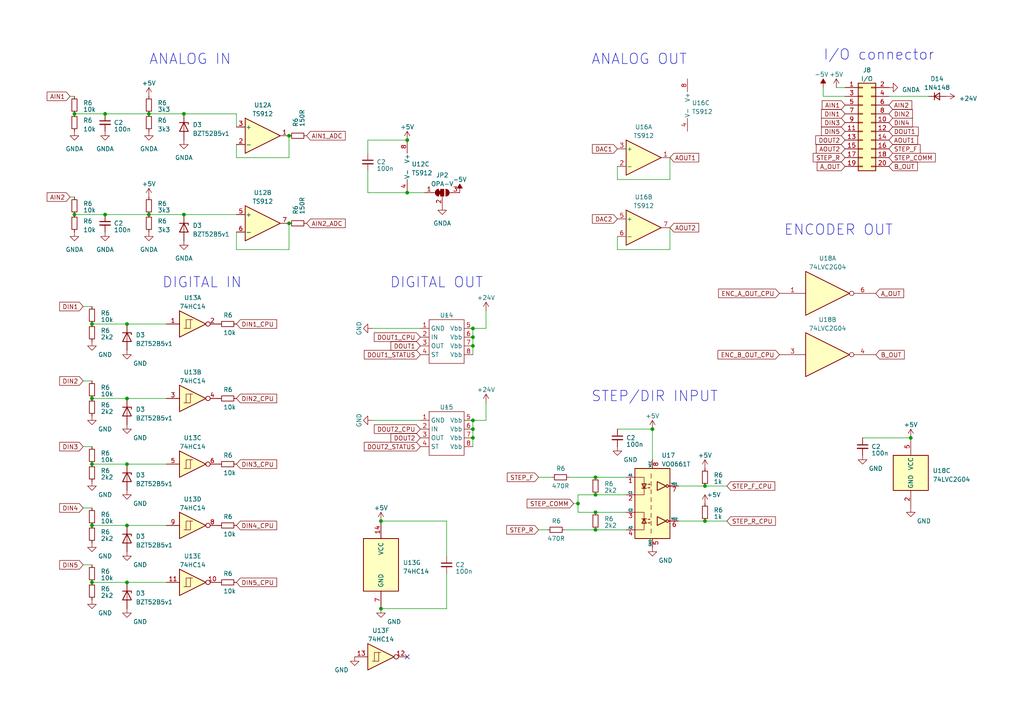
<source format=kicad_sch>
(kicad_sch (version 20230121) (generator eeschema)
  (paper "A4")
  (title_block (title "External I/O") (date "2023-03-06") (rev "1") (comment 1 "W. Burdecki 2023") (comment 2 "github.com/wiciu15"))
  (lib_symbols
    (symbol "74xGxx:74LVC2G04"
      (property "Reference" "U" (at 0 7.62 0))
      (property "Value" "74LVC2G04" (at 2.54 -7.62 0))
      (symbol "74LVC2G04_1_1"
        (pin input line (at -15.24 0 0) (length 7.62) (name "~") (number "1"))
        (pin output inverted (at 12.7 0 180) (length 7.62) (name "~") (number "6"))
      )
      (symbol "74LVC2G04_2_1"
        (pin input line (at -15.24 0 0) (length 7.62) (name "~") (number "3"))
        (pin output inverted (at 12.7 0 180) (length 7.62) (name "~") (number "4"))
      )
      (symbol "74LVC2G04_3_1"
        (pin power_in line (at 0 -10.16 90) (length 5.08) (name "GND") (number "2"))
        (pin power_in line (at 0 10.16 270) (length 5.08) (name "VCC") (number "5"))
      )
    )
    (symbol "74xx:74HC14" (pin_names (offset 1.016))
      (property "Reference" "U" (at 0 1.27 0))
      (property "Value" "74HC14" (at 0 -1.27 0))
      (symbol "74HC14_1_0"
        (pin input line (at -7.62 0 0) (length 3.81) (name "~") (number "1"))
        (pin output inverted (at 7.62 0 180) (length 3.81) (name "~") (number "2"))
      )
      (symbol "74HC14_2_0"
        (pin input line (at -7.62 0 0) (length 3.81) (name "~") (number "3"))
        (pin output inverted (at 7.62 0 180) (length 3.81) (name "~") (number "4"))
      )
      (symbol "74HC14_3_0"
        (pin input line (at -7.62 0 0) (length 3.81) (name "~") (number "5"))
        (pin output inverted (at 7.62 0 180) (length 3.81) (name "~") (number "6"))
      )
      (symbol "74HC14_4_0"
        (pin output inverted (at 7.62 0 180) (length 3.81) (name "~") (number "8"))
        (pin input line (at -7.62 0 0) (length 3.81) (name "~") (number "9"))
      )
      (symbol "74HC14_5_0"
        (pin output inverted (at 7.62 0 180) (length 3.81) (name "~") (number "10"))
        (pin input line (at -7.62 0 0) (length 3.81) (name "~") (number "11"))
      )
      (symbol "74HC14_6_0"
        (pin output inverted (at 7.62 0 180) (length 3.81) (name "~") (number "12"))
        (pin input line (at -7.62 0 0) (length 3.81) (name "~") (number "13"))
      )
      (symbol "74HC14_7_0"
        (pin power_in line (at 0 12.7 270) (length 5.08) (name "VCC") (number "14"))
        (pin power_in line (at 0 -12.7 90) (length 5.08) (name "GND") (number "7"))
      )
    )
    (symbol "Amplifier_Operational:TS912" (pin_names (offset 0.127))
      (property "Reference" "U" (at 0 5.08 0))
      (property "Value" "TS912" (at 0 -5.08 0))
      (symbol "TS912_1_1"
        (pin output line (at 7.62 0 180) (length 2.54) (name "~") (number "1"))
        (pin input line (at -7.62 -2.54 0) (length 2.54) (name "-") (number "2"))
        (pin input line (at -7.62 2.54 0) (length 2.54) (name "+") (number "3"))
      )
      (symbol "TS912_2_1"
        (pin input line (at -7.62 2.54 0) (length 2.54) (name "+") (number "5"))
        (pin input line (at -7.62 -2.54 0) (length 2.54) (name "-") (number "6"))
        (pin output line (at 7.62 0 180) (length 2.54) (name "~") (number "7"))
      )
      (symbol "TS912_3_1"
        (pin power_in line (at -2.54 -7.62 90) (length 3.81) (name "V-") (number "4"))
        (pin power_in line (at -2.54 7.62 270) (length 3.81) (name "V+") (number "8"))
      )
    )
    (symbol "Connector_Generic:Conn_02x10_Odd_Even" (pin_names (offset 1.016) hide)
      (property "Reference" "J" (at 1.27 12.7 0))
      (property "Value" "Conn_02x10_Odd_Even" (at 1.27 -15.24 0))
      (symbol "Conn_02x10_Odd_Even_1_1"
        (pin passive line (at -5.08 10.16 0) (length 3.81) (name "Pin_1") (number "1"))
        (pin passive line (at 7.62 0 180) (length 3.81) (name "Pin_10") (number "10"))
        (pin passive line (at -5.08 -2.54 0) (length 3.81) (name "Pin_11") (number "11"))
        (pin passive line (at 7.62 -2.54 180) (length 3.81) (name "Pin_12") (number "12"))
        (pin passive line (at -5.08 -5.08 0) (length 3.81) (name "Pin_13") (number "13"))
        (pin passive line (at 7.62 -5.08 180) (length 3.81) (name "Pin_14") (number "14"))
        (pin passive line (at -5.08 -7.62 0) (length 3.81) (name "Pin_15") (number "15"))
        (pin passive line (at 7.62 -7.62 180) (length 3.81) (name "Pin_16") (number "16"))
        (pin passive line (at -5.08 -10.16 0) (length 3.81) (name "Pin_17") (number "17"))
        (pin passive line (at 7.62 -10.16 180) (length 3.81) (name "Pin_18") (number "18"))
        (pin passive line (at -5.08 -12.7 0) (length 3.81) (name "Pin_19") (number "19"))
        (pin passive line (at 7.62 10.16 180) (length 3.81) (name "Pin_2") (number "2"))
        (pin passive line (at 7.62 -12.7 180) (length 3.81) (name "Pin_20") (number "20"))
        (pin passive line (at -5.08 7.62 0) (length 3.81) (name "Pin_3") (number "3"))
        (pin passive line (at 7.62 7.62 180) (length 3.81) (name "Pin_4") (number "4"))
        (pin passive line (at -5.08 5.08 0) (length 3.81) (name "Pin_5") (number "5"))
        (pin passive line (at 7.62 5.08 180) (length 3.81) (name "Pin_6") (number "6"))
        (pin passive line (at -5.08 2.54 0) (length 3.81) (name "Pin_7") (number "7"))
        (pin passive line (at 7.62 2.54 180) (length 3.81) (name "Pin_8") (number "8"))
        (pin passive line (at -5.08 0 0) (length 3.81) (name "Pin_9") (number "9"))
      )
    )
    (symbol "Device:C_Small" (pin_numbers hide) (pin_names (offset 0.254) hide)
      (property "Reference" "C" (at 0.254 1.778 0))
      (property "Value" "C_Small" (at 0.254 -2.032 0))
      (symbol "C_Small_1_1"
        (pin passive line (at 0 2.54 270) (length 2.032) (name "~") (number "1"))
        (pin passive line (at 0 -2.54 90) (length 2.032) (name "~") (number "2"))
      )
    )
    (symbol "Device:D_Small" (pin_numbers hide) (pin_names (offset 0.254) hide)
      (property "Reference" "D" (at -1.27 2.032 0))
      (property "Value" "D_Small" (at -3.81 -2.032 0))
      (symbol "D_Small_1_1"
        (pin passive line (at -2.54 0 0) (length 1.778) (name "K") (number "1"))
        (pin passive line (at 2.54 0 180) (length 1.778) (name "A") (number "2"))
      )
    )
    (symbol "Device:R_Small" (pin_numbers hide) (pin_names (offset 0.254) hide)
      (property "Reference" "R" (at 0.762 0.508 0))
      (property "Value" "R_Small" (at 0.762 -1.016 0))
      (symbol "R_Small_1_1"
        (pin passive line (at 0 2.54 270) (length 0.762) (name "~") (number "1"))
        (pin passive line (at 0 -2.54 90) (length 0.762) (name "~") (number "2"))
      )
    )
    (symbol "Diode:BZT52Bxx" (pin_numbers hide) (pin_names hide)
      (property "Reference" "D" (at 0 2.54 0))
      (property "Value" "BZT52Bxx" (at 0 -2.54 0))
      (symbol "BZT52Bxx_1_1"
        (pin passive line (at -3.81 0 0) (length 2.54) (name "K") (number "1"))
        (pin passive line (at 3.81 0 180) (length 2.54) (name "A") (number "2"))
      )
    )
    (symbol "Isolator:VO0661T" (pin_names (offset 0))
      (property "Reference" "U" (at -4.064 11.43 0))
      (property "Value" "VO0661T" (at 7.874 11.43 0))
      (symbol "VO0661T_1_1"
        (pin passive line (at -7.62 7.62 0) (length 2.54) (name "A1") (number "1"))
        (pin passive line (at -7.62 2.54 0) (length 2.54) (name "C1") (number "2"))
        (pin passive line (at -7.62 -2.54 0) (length 2.54) (name "C2") (number "3"))
        (pin passive line (at -7.62 -7.62 0) (length 2.54) (name "A2") (number "4"))
        (pin power_in line (at 0 -12.7 90) (length 2.54) (name "GND") (number "5"))
        (pin open_collector line (at 7.62 -5.08 180) (length 2.54) (name "VO2") (number "6"))
        (pin open_collector line (at 7.62 5.08 180) (length 2.54) (name "VO1") (number "7"))
        (pin power_in line (at 0 12.7 270) (length 2.54) (name "VCC") (number "8"))
      )
    )
    (symbol "Jumper:SolderJumper_3_Bridged12" (pin_names (offset 0) hide)
      (property "Reference" "JP" (at -2.54 -2.54 0))
      (property "Value" "SolderJumper_3_Bridged12" (at 0 2.794 0))
      (symbol "SolderJumper_3_Bridged12_1_1"
        (pin passive line (at -5.08 0 0) (length 2.54) (name "A") (number "1"))
        (pin passive line (at 0 -3.81 90) (length 2.54) (name "C") (number "2"))
        (pin passive line (at 5.08 0 180) (length 2.54) (name "B") (number "3"))
      )
    )
    (symbol "isp742ri:ISP742"
      (property "Reference" "U" (at 0 0 0))
      (symbol "ISP742_1_1"
        (pin power_in line (at -7.62 -3.81 0) (length 2.54) (name "GND") (number "1"))
        (pin input line (at -7.62 -6.35 0) (length 2.54) (name "IN") (number "2"))
        (pin output line (at -7.62 -8.89 0) (length 2.54) (name "OUT") (number "3"))
        (pin input line (at -7.62 -11.43 0) (length 2.54) (name "ST") (number "4"))
        (pin power_in line (at 7.62 -3.81 180) (length 2.54) (name "Vbb") (number "5"))
        (pin power_in line (at 7.62 -6.35 180) (length 2.54) (name "Vbb") (number "6"))
        (pin power_in line (at 7.62 -8.89 180) (length 2.54) (name "Vbb") (number "7"))
        (pin power_in line (at 7.62 -11.43 180) (length 2.54) (name "Vbb") (number "8"))
      )
    )
    (symbol "power:+24V" (power) (pin_names (offset 0))
      (property "Value" "+24V" (at 0 3.556 0))
      (symbol "+24V_1_1"
        (pin power_in line (at 0 0 90) (length 0) hide (name "+24V") (number "1"))
      )
    )
    (symbol "power:+5V" (power) (pin_names (offset 0))
      (property "Value" "+5V" (at 0 3.556 0))
      (symbol "+5V_1_1"
        (pin power_in line (at 0 0 90) (length 0) hide (name "+5V") (number "1"))
      )
    )
    (symbol "power:-5V" (power) (pin_names (offset 0))
      (property "Value" "-5V" (at 0 3.81 0))
      (symbol "-5V_0_0"
        (pin power_in line (at 0 0 90) (length 0) hide (name "-5V") (number "1"))
      )
    )
    (symbol "power:GND" (power) (pin_names (offset 0))
      (property "Value" "GND" (at 0 -3.81 0))
      (symbol "GND_1_1"
        (pin power_in line (at 0 0 270) (length 0) hide (name "GND") (number "1"))
      )
    )
    (symbol "power:GNDA" (power) (pin_names (offset 0))
      (property "Value" "GNDA" (at 0 -3.81 0))
      (symbol "GNDA_1_1"
        (pin power_in line (at 0 0 270) (length 0) hide (name "GNDA") (number "1"))
      )
    )
  )
  (junction (at 83.82 64.77))
  (junction (at 53.34 33.02))
  (junction (at 21.59 62.23))
  (junction (at 36.83 93.98))
  (junction (at 204.47 140.97))
  (junction (at 53.34 62.23))
  (junction (at 110.49 176.53))
  (junction (at 26.67 152.4))
  (junction (at 36.83 152.4))
  (junction (at 172.72 148.59))
  (junction (at 110.49 151.13))
  (junction (at 137.16 127))
  (junction (at 137.16 124.46))
  (junction (at 137.16 100.33))
  (junction (at 26.67 93.98))
  (junction (at 172.72 143.51))
  (junction (at 36.83 115.57))
  (junction (at 172.72 153.67))
  (junction (at 36.83 168.91))
  (junction (at 167.64 146.05))
  (junction (at 204.47 151.13))
  (junction (at 30.48 62.23))
  (junction (at 30.48 33.02))
  (junction (at 189.23 124.46))
  (junction (at 137.16 95.25))
  (junction (at 83.82 39.37))
  (junction (at 264.16 127))
  (junction (at 26.67 168.91))
  (junction (at 43.18 62.23))
  (junction (at 26.67 134.62))
  (junction (at 137.16 121.92))
  (junction (at 36.83 134.62))
  (junction (at 26.67 115.57))
  (junction (at 21.59 33.02))
  (junction (at 137.16 97.79))
  (junction (at 118.11 55.88))
  (junction (at 118.11 40.64))
  (junction (at 172.72 138.43))
  (junction (at 43.18 33.02))
  (no_connect (at 118.11 190.5))
  (wire (pts (xy 172.72 153.67) (xy 181.61 153.67)))
  (wire (pts (xy 26.67 134.62) (xy 36.83 134.62)))
  (wire (pts (xy 68.58 45.72) (xy 83.82 45.72)))
  (wire (pts (xy 53.34 62.23) (xy 68.58 62.23)))
  (wire (pts (xy 106.68 44.45) (xy 106.68 40.64)))
  (wire (pts (xy 165.1 138.43) (xy 172.72 138.43)))
  (wire (pts (xy 172.72 138.43) (xy 181.61 138.43)))
  (wire (pts (xy 68.58 72.39) (xy 83.82 72.39)))
  (wire (pts (xy 257.81 27.94) (xy 269.24 27.94)))
  (wire (pts (xy 26.67 168.91) (xy 36.83 168.91)))
  (wire (pts (xy 238.76 25.4) (xy 238.76 27.94)))
  (wire (pts (xy 140.97 116.84) (xy 140.97 121.92)))
  (wire (pts (xy 172.72 148.59) (xy 181.61 148.59)))
  (wire (pts (xy 179.07 72.39) (xy 194.31 72.39)))
  (wire (pts (xy 110.49 176.53) (xy 129.54 176.53)))
  (wire (pts (xy 83.82 45.72) (xy 83.82 39.37)))
  (wire (pts (xy 179.07 48.26) (xy 179.07 52.07)))
  (wire (pts (xy 166.37 146.05) (xy 167.64 146.05)))
  (wire (pts (xy 24.13 147.32) (xy 26.67 147.32)))
  (wire (pts (xy 204.47 140.97) (xy 196.85 140.97)))
  (wire (pts (xy 156.21 153.67) (xy 158.75 153.67)))
  (wire (pts (xy 53.34 33.02) (xy 68.58 33.02)))
  (wire (pts (xy 43.18 62.23) (xy 53.34 62.23)))
  (wire (pts (xy 179.07 52.07) (xy 194.31 52.07)))
  (wire (pts (xy 30.48 33.02) (xy 43.18 33.02)))
  (wire (pts (xy 189.23 124.46) (xy 189.23 133.35)))
  (wire (pts (xy 26.67 152.4) (xy 36.83 152.4)))
  (wire (pts (xy 129.54 151.13) (xy 110.49 151.13)))
  (wire (pts (xy 167.64 143.51) (xy 167.64 146.05)))
  (wire (pts (xy 204.47 151.13) (xy 210.82 151.13)))
  (wire (pts (xy 68.58 67.31) (xy 68.58 72.39)))
  (wire (pts (xy 24.13 110.49) (xy 26.67 110.49)))
  (wire (pts (xy 68.58 41.91) (xy 68.58 45.72)))
  (wire (pts (xy 172.72 143.51) (xy 181.61 143.51)))
  (wire (pts (xy 118.11 55.88) (xy 123.19 55.88)))
  (wire (pts (xy 106.68 40.64) (xy 118.11 40.64)))
  (wire (pts (xy 36.83 152.4) (xy 48.26 152.4)))
  (wire (pts (xy 137.16 95.25) (xy 137.16 97.79)))
  (wire (pts (xy 24.13 163.83) (xy 26.67 163.83)))
  (wire (pts (xy 137.16 121.92) (xy 137.16 124.46)))
  (wire (pts (xy 167.64 146.05) (xy 167.64 148.59)))
  (wire (pts (xy 129.54 176.53) (xy 129.54 166.37)))
  (wire (pts (xy 36.83 168.91) (xy 48.26 168.91)))
  (wire (pts (xy 242.57 25.4) (xy 245.11 25.4)))
  (wire (pts (xy 210.82 140.97) (xy 204.47 140.97)))
  (wire (pts (xy 107.95 95.25) (xy 121.92 95.25)))
  (wire (pts (xy 196.85 151.13) (xy 204.47 151.13)))
  (wire (pts (xy 238.76 27.94) (xy 245.11 27.94)))
  (wire (pts (xy 36.83 93.98) (xy 48.26 93.98)))
  (wire (pts (xy 20.32 27.94) (xy 21.59 27.94)))
  (wire (pts (xy 137.16 127) (xy 137.16 129.54)))
  (wire (pts (xy 106.68 49.53) (xy 106.68 55.88)))
  (wire (pts (xy 26.67 115.57) (xy 36.83 115.57)))
  (wire (pts (xy 36.83 134.62) (xy 48.26 134.62)))
  (wire (pts (xy 137.16 100.33) (xy 137.16 102.87)))
  (wire (pts (xy 163.83 153.67) (xy 172.72 153.67)))
  (wire (pts (xy 172.72 143.51) (xy 167.64 143.51)))
  (wire (pts (xy 20.32 57.15) (xy 21.59 57.15)))
  (wire (pts (xy 26.67 93.98) (xy 36.83 93.98)))
  (wire (pts (xy 107.95 121.92) (xy 121.92 121.92)))
  (wire (pts (xy 194.31 72.39) (xy 194.31 66.04)))
  (wire (pts (xy 129.54 161.29) (xy 129.54 151.13)))
  (wire (pts (xy 250.19 127) (xy 264.16 127)))
  (wire (pts (xy 140.97 90.17) (xy 140.97 95.25)))
  (wire (pts (xy 24.13 88.9) (xy 26.67 88.9)))
  (wire (pts (xy 167.64 148.59) (xy 172.72 148.59)))
  (wire (pts (xy 140.97 121.92) (xy 137.16 121.92)))
  (wire (pts (xy 137.16 97.79) (xy 137.16 100.33)))
  (wire (pts (xy 68.58 36.83) (xy 68.58 33.02)))
  (wire (pts (xy 43.18 33.02) (xy 53.34 33.02)))
  (wire (pts (xy 137.16 124.46) (xy 137.16 127)))
  (wire (pts (xy 21.59 62.23) (xy 30.48 62.23)))
  (wire (pts (xy 36.83 115.57) (xy 48.26 115.57)))
  (wire (pts (xy 194.31 52.07) (xy 194.31 45.72)))
  (wire (pts (xy 83.82 72.39) (xy 83.82 64.77)))
  (wire (pts (xy 156.21 138.43) (xy 160.02 138.43)))
  (wire (pts (xy 24.13 129.54) (xy 26.67 129.54)))
  (wire (pts (xy 106.68 55.88) (xy 118.11 55.88)))
  (wire (pts (xy 179.07 68.58) (xy 179.07 72.39)))
  (wire (pts (xy 179.07 124.46) (xy 189.23 124.46)))
  (wire (pts (xy 30.48 62.23) (xy 43.18 62.23)))
  (wire (pts (xy 140.97 95.25) (xy 137.16 95.25)))
  (wire (pts (xy 21.59 33.02) (xy 30.48 33.02)))
  (text "ANALOG IN" (at 43.18 19.05 0) (effects (font (size 3 3)) (justify left bottom)))
  (text "ENCODER OUT" (at 227.33 68.58 0) (effects (font (size 3 3)) (justify left bottom)))
  (text "STEP/DIR INPUT" (at 171.45 116.84 0) (effects (font (size 3 3)) (justify left bottom)))
  (text "DIGITAL OUT" (at 113.03 83.82 0) (effects (font (size 3 3)) (justify left bottom)))
  (text "ANALOG OUT" (at 171.45 19.05 0) (effects (font (size 3 3)) (justify left bottom)))
  (text "I/O connector" (at 238.76 17.78 0) (effects (font (size 3 3)) (justify left bottom)))
  (text "DIGITAL IN" (at 46.99 83.82 0) (effects (font (size 3 3)) (justify left bottom)))
  (global_label "DIN3" (shape input) (at 24.13 129.54 180) (property "Intersheetrefs" "${INTERSHEET_REFS}" (effects hide)))
  (global_label "B_OUT" (shape input) (at 254 102.87 0) (property "Intersheetrefs" "${INTERSHEET_REFS}" (effects hide)))
  (global_label "DOUT1" (shape input) (at 121.92 100.33 180) (property "Intersheetrefs" "${INTERSHEET_REFS}" (effects hide)))
  (global_label "DIN4" (shape input) (at 24.13 147.32 180) (property "Intersheetrefs" "${INTERSHEET_REFS}" (effects hide)))
  (global_label "STEP_R" (shape input) (at 156.21 153.67 180) (property "Intersheetrefs" "${INTERSHEET_REFS}" (effects hide)))
  (global_label "DAC1" (shape input) (at 179.07 43.18 180) (property "Intersheetrefs" "${INTERSHEET_REFS}" (effects hide)))
  (global_label "DIN1" (shape input) (at 24.13 88.9 180) (property "Intersheetrefs" "${INTERSHEET_REFS}" (effects hide)))
  (global_label "B_OUT" (shape input) (at 257.81 48.26 0) (property "Intersheetrefs" "${INTERSHEET_REFS}" (effects hide)))
  (global_label "DIN5" (shape input) (at 245.11 38.1 180) (property "Intersheetrefs" "${INTERSHEET_REFS}" (effects hide)))
  (global_label "AIN2" (shape input) (at 257.81 30.48 0) (property "Intersheetrefs" "${INTERSHEET_REFS}" (effects hide)))
  (global_label "ENC_B_OUT_CPU" (shape input) (at 226.06 102.87 180) (property "Intersheetrefs" "${INTERSHEET_REFS}" (effects hide)))
  (global_label "DIN1" (shape input) (at 245.11 33.02 180) (property "Intersheetrefs" "${INTERSHEET_REFS}" (effects hide)))
  (global_label "AIN1_ADC" (shape input) (at 88.9 39.37 0) (property "Intersheetrefs" "${INTERSHEET_REFS}" (effects hide)))
  (global_label "DOUT2_STATUS" (shape input) (at 121.92 129.54 180) (property "Intersheetrefs" "${INTERSHEET_REFS}" (effects hide)))
  (global_label "AOUT1" (shape input) (at 257.81 40.64 0) (property "Intersheetrefs" "${INTERSHEET_REFS}" (effects hide)))
  (global_label "STEP_F_CPU" (shape input) (at 210.82 140.97 0) (property "Intersheetrefs" "${INTERSHEET_REFS}" (effects hide)))
  (global_label "DIN4_CPU" (shape input) (at 68.58 152.4 0) (property "Intersheetrefs" "${INTERSHEET_REFS}" (effects hide)))
  (global_label "AOUT2" (shape input) (at 194.31 66.04 0) (property "Intersheetrefs" "${INTERSHEET_REFS}" (effects hide)))
  (global_label "STEP_F" (shape input) (at 257.81 43.18 0) (property "Intersheetrefs" "${INTERSHEET_REFS}" (effects hide)))
  (global_label "STEP_F" (shape input) (at 156.21 138.43 180) (property "Intersheetrefs" "${INTERSHEET_REFS}" (effects hide)))
  (global_label "A_OUT" (shape input) (at 245.11 48.26 180) (property "Intersheetrefs" "${INTERSHEET_REFS}" (effects hide)))
  (global_label "STEP_COMM" (shape input) (at 166.37 146.05 180) (property "Intersheetrefs" "${INTERSHEET_REFS}" (effects hide)))
  (global_label "DOUT2_CPU" (shape input) (at 121.92 124.46 180) (property "Intersheetrefs" "${INTERSHEET_REFS}" (effects hide)))
  (global_label "DIN5_CPU" (shape input) (at 68.58 168.91 0) (property "Intersheetrefs" "${INTERSHEET_REFS}" (effects hide)))
  (global_label "AOUT2" (shape input) (at 245.11 43.18 180) (property "Intersheetrefs" "${INTERSHEET_REFS}" (effects hide)))
  (global_label "DIN2_CPU" (shape input) (at 68.58 115.57 0) (property "Intersheetrefs" "${INTERSHEET_REFS}" (effects hide)))
  (global_label "DIN1_CPU" (shape input) (at 68.58 93.98 0) (property "Intersheetrefs" "${INTERSHEET_REFS}" (effects hide)))
  (global_label "DOUT1_STATUS" (shape input) (at 121.92 102.87 180) (property "Intersheetrefs" "${INTERSHEET_REFS}" (effects hide)))
  (global_label "ENC_A_OUT_CPU" (shape input) (at 226.06 85.09 180) (property "Intersheetrefs" "${INTERSHEET_REFS}" (effects hide)))
  (global_label "STEP_R" (shape input) (at 245.11 45.72 180) (property "Intersheetrefs" "${INTERSHEET_REFS}" (effects hide)))
  (global_label "DOUT1" (shape input) (at 257.81 38.1 0) (property "Intersheetrefs" "${INTERSHEET_REFS}" (effects hide)))
  (global_label "A_OUT" (shape input) (at 254 85.09 0) (property "Intersheetrefs" "${INTERSHEET_REFS}" (effects hide)))
  (global_label "AIN2" (shape input) (at 20.32 57.15 180) (property "Intersheetrefs" "${INTERSHEET_REFS}" (effects hide)))
  (global_label "DIN3" (shape input) (at 245.11 35.56 180) (property "Intersheetrefs" "${INTERSHEET_REFS}" (effects hide)))
  (global_label "AIN2_ADC" (shape input) (at 88.9 64.77 0) (property "Intersheetrefs" "${INTERSHEET_REFS}" (effects hide)))
  (global_label "AIN1" (shape input) (at 20.32 27.94 180) (property "Intersheetrefs" "${INTERSHEET_REFS}" (effects hide)))
  (global_label "AIN1" (shape input) (at 245.11 30.48 180) (property "Intersheetrefs" "${INTERSHEET_REFS}" (effects hide)))
  (global_label "DIN2" (shape input) (at 257.81 33.02 0) (property "Intersheetrefs" "${INTERSHEET_REFS}" (effects hide)))
  (global_label "DIN4" (shape input) (at 257.81 35.56 0) (property "Intersheetrefs" "${INTERSHEET_REFS}" (effects hide)))
  (global_label "STEP_COMM" (shape input) (at 257.81 45.72 0) (property "Intersheetrefs" "${INTERSHEET_REFS}" (effects hide)))
  (global_label "DOUT2" (shape input) (at 245.11 40.64 180) (property "Intersheetrefs" "${INTERSHEET_REFS}" (effects hide)))
  (global_label "DIN2" (shape input) (at 24.13 110.49 180) (property "Intersheetrefs" "${INTERSHEET_REFS}" (effects hide)))
  (global_label "STEP_R_CPU" (shape input) (at 210.82 151.13 0) (property "Intersheetrefs" "${INTERSHEET_REFS}" (effects hide)))
  (global_label "DIN5" (shape input) (at 24.13 163.83 180) (property "Intersheetrefs" "${INTERSHEET_REFS}" (effects hide)))
  (global_label "DOUT1_CPU" (shape input) (at 121.92 97.79 180) (property "Intersheetrefs" "${INTERSHEET_REFS}" (effects hide)))
  (global_label "AOUT1" (shape input) (at 194.31 45.72 0) (property "Intersheetrefs" "${INTERSHEET_REFS}" (effects hide)))
  (global_label "DIN3_CPU" (shape input) (at 68.58 134.62 0) (property "Intersheetrefs" "${INTERSHEET_REFS}" (effects hide)))
  (global_label "DOUT2" (shape input) (at 121.92 127 180) (property "Intersheetrefs" "${INTERSHEET_REFS}" (effects hide)))
  (global_label "DAC2" (shape input) (at 179.07 63.5 180) (property "Intersheetrefs" "${INTERSHEET_REFS}" (effects hide)))
  (symbol (lib_id "Device:R_Small") (at 66.04 93.98 90) (unit 1)
    (property "Reference" "R6" (at 64.77 91.44 90) (effects (justify right)))
    (property "Value" "10k" (at 64.77 96.52 90) (effects (justify right)))
    (instances (project "servo_cpu" (path "" (reference "R6") (unit 1)) (path "" (reference "R29") (unit 1))))
  )
  (symbol (lib_id "isp742ri:ISP742") (at 129.54 91.44 0) (unit 1)
    (property "Reference" "U14" (at 129.54 91.44 0))
    (property "Value" "~" (at 129.54 91.44 0))
    (property "Footprint" "Package_SO:SOIC-8_3.9x4.9mm_P1.27mm" (effects hide))
    (property "Datasheet" "https://www.tme.eu/pl/details/isp742ri/power-switches-uklady-scalone/infineon-technologies/" (effects hide))
  )
  (symbol (lib_id "74xx:74HC14") (at 55.88 134.62 0) (unit 3)
    (property "Reference" "U13" (at 55.88 127 0))
    (property "Value" "74HC14" (at 55.88 129.54 0))
    (property "Datasheet" "http://www.ti.com/lit/gpn/sn74HC14" (effects hide))
  )
  (symbol (lib_id "Device:C_Small") (at 30.48 35.56 0) (unit 1)
    (property "Reference" "C2" (at 33.02 35.56 0) (effects (justify left)))
    (property "Value" "100n" (at 33.02 37.4713 0) (effects (justify left)))
    (instances (project "servo_cpu" (path "" (reference "C2") (unit 1)) (path "" (reference "C23") (unit 1)) (path "" (reference "C43") (unit 1))))
  )
  (symbol (lib_id "74xx:74HC14") (at 55.88 115.57 0) (unit 2)
    (property "Reference" "U13" (at 55.88 107.95 0))
    (property "Value" "74HC14" (at 55.88 110.49 0))
    (property "Datasheet" "http://www.ti.com/lit/gpn/sn74HC14" (effects hide))
  )
  (symbol (lib_id "power:GND") (at 26.67 173.99 0) (unit 1)
    (property "Reference" "#PWR03" (effects hide))
    (property "Value" "GND" (at 30.48 177.8 0))
    (instances (project "servo_cpu" (path "" (reference "#PWR03") (unit 1)) (path "" (reference "#PWR022") (unit 1)) (path "" (reference "#PWR047") (unit 1)) (path "" (reference "#PWR0124") (unit 1))))
  )
  (symbol (lib_id "Device:R_Small") (at 26.67 149.86 180) (unit 1)
    (property "Reference" "R6" (at 29.21 149.225 0) (effects (justify right)))
    (property "Value" "10k" (at 29.21 151.13 0) (effects (justify right)))
    (instances (project "servo_cpu" (path "" (reference "R6") (unit 1)) (path "" (reference "R36") (unit 1))))
  )
  (symbol (lib_id "power:+5V") (at 264.16 127 0) (unit 1)
    (property "Reference" "#PWR091" (effects hide))
    (property "Value" "+5V" (at 264.16 123.19 0))
    (instances (project "servo_cpu" (path "" (reference "#PWR091") (unit 1)) (path "" (reference "#PWR0137") (unit 1))))
  )
  (symbol (lib_id "74xGxx:74LVC2G04") (at 264.16 137.16 0) (unit 3)
    (property "Reference" "U18" (at 270.51 136.525 0) (effects (justify left)))
    (property "Value" "74LVC2G04" (at 270.51 139.065 0) (effects (justify left)))
    (property "Datasheet" "http://www.ti.com/lit/sg/scyt129e/scyt129e.pdf" (effects hide))
  )
  (symbol (lib_id "power:GNDA") (at 53.34 40.64 0) (unit 1)
    (property "Reference" "#PWR038" (effects hide))
    (property "Value" "GNDA" (at 53.34 45.72 0))
    (instances (project "servo_cpu" (path "" (reference "#PWR038") (unit 1)) (path "" (reference "#PWR0104") (unit 1))))
  )
  (symbol (lib_id "power:GNDA") (at 21.59 38.1 0) (unit 1)
    (property "Reference" "#PWR038" (effects hide))
    (property "Value" "GNDA" (at 21.59 43.18 0))
    (instances (project "servo_cpu" (path "" (reference "#PWR038") (unit 1)) (path "" (reference "#PWR0100") (unit 1))))
  )
  (symbol (lib_id "power:GNDA") (at 43.18 67.31 0) (unit 1)
    (property "Reference" "#PWR038" (effects hide))
    (property "Value" "GNDA" (at 43.18 72.39 0))
    (instances (project "servo_cpu" (path "" (reference "#PWR038") (unit 1)) (path "" (reference "#PWR0108") (unit 1))))
  )
  (symbol (lib_id "power:+5V") (at 43.18 27.94 0) (unit 1)
    (property "Reference" "#PWR091" (effects hide))
    (property "Value" "+5V" (at 43.18 24.13 0))
    (instances (project "servo_cpu" (path "" (reference "#PWR091") (unit 1)) (path "" (reference "#PWR0103") (unit 1))))
  )
  (symbol (lib_id "power:GNDA") (at 21.59 67.31 0) (unit 1)
    (property "Reference" "#PWR038" (effects hide))
    (property "Value" "GNDA" (at 21.59 72.39 0))
    (instances (project "servo_cpu" (path "" (reference "#PWR038") (unit 1)) (path "" (reference "#PWR0105") (unit 1))))
  )
  (symbol (lib_id "Device:R_Small") (at 86.36 64.77 270) (unit 1)
    (property "Reference" "R6" (at 85.725 62.23 0) (effects (justify right)))
    (property "Value" "150R" (at 87.63 62.23 0) (effects (justify right)))
    (instances (project "servo_cpu" (path "" (reference "R6") (unit 1)) (path "" (reference "R27") (unit 1))))
  )
  (symbol (lib_id "Connector_Generic:Conn_02x10_Odd_Even") (at 250.19 35.56 0) (unit 1)
    (property "Reference" "J8" (at 251.46 20.32 0))
    (property "Value" "I/O" (at 251.46 22.86 0))
    (property "Footprint" "Connector_IDC:IDC-Header_2x10_P2.54mm_Latch_Vertical" (effects hide))
    (property "Datasheet" "https://www.tme.eu/pl/details/awp-20p/zlacza-idc/connfly/ds1011-20sbsib7-b/" (effects hide))
  )
  (symbol (lib_id "power:+5V") (at 189.23 124.46 0) (unit 1)
    (property "Reference" "#PWR091" (effects hide))
    (property "Value" "+5V" (at 189.23 120.65 0))
    (instances (project "servo_cpu" (path "" (reference "#PWR091") (unit 1)) (path "" (reference "#PWR0132") (unit 1))))
  )
  (symbol (lib_id "Device:R_Small") (at 26.67 96.52 180) (unit 1)
    (property "Reference" "R6" (at 29.21 95.885 0) (effects (justify right)))
    (property "Value" "2k2" (at 29.21 97.79 0) (effects (justify right)))
    (instances (project "servo_cpu" (path "" (reference "R6") (unit 1)) (path "" (reference "R28") (unit 1))))
  )
  (symbol (lib_id "Jumper:SolderJumper_3_Bridged12") (at 128.27 55.88 0) (unit 1)
    (property "Reference" "JP2" (at 128.27 50.8 0))
    (property "Value" "OPA-V" (at 128.27 53.34 0))
    (property "Footprint" "Jumper:SolderJumper-3_P1.3mm_Bridged12_Pad1.0x1.5mm" (effects hide))
  )
  (symbol (lib_id "power:GND") (at 110.49 176.53 0) (unit 1)
    (property "Reference" "#PWR03" (effects hide))
    (property "Value" "GND" (at 114.3 180.34 0))
    (instances (project "servo_cpu" (path "" (reference "#PWR03") (unit 1)) (path "" (reference "#PWR022") (unit 1)) (path "" (reference "#PWR047") (unit 1)) (path "" (reference "#PWR0116") (unit 1))))
  )
  (symbol (lib_id "power:+5V") (at 204.47 146.05 0) (unit 1)
    (property "Reference" "#PWR091" (effects hide))
    (property "Value" "+5V" (at 207.01 143.51 0))
    (instances (project "servo_cpu" (path "" (reference "#PWR091") (unit 1)) (path "" (reference "#PWR0134") (unit 1))))
  )
  (symbol (lib_id "Device:R_Small") (at 26.67 166.37 180) (unit 1)
    (property "Reference" "R6" (at 29.21 165.735 0) (effects (justify right)))
    (property "Value" "10k" (at 29.21 167.64 0) (effects (justify right)))
    (instances (project "servo_cpu" (path "" (reference "R6") (unit 1)) (path "" (reference "R39") (unit 1))))
  )
  (symbol (lib_id "Amplifier_Operational:TS912") (at 120.65 48.26 0) (unit 3)
    (property "Reference" "U12" (at 119.38 47.625 0) (effects (justify left)))
    (property "Value" "TS912" (at 119.38 50.165 0) (effects (justify left)))
    (property "Datasheet" "www.st.com/resource/en/datasheet/ts912.pdf" (effects hide))
  )
  (symbol (lib_id "Device:R_Small") (at 172.72 151.13 180) (unit 1)
    (property "Reference" "R6" (at 175.26 150.495 0) (effects (justify right)))
    (property "Value" "2k2" (at 175.26 152.4 0) (effects (justify right)))
    (instances (project "servo_cpu" (path "" (reference "R6") (unit 1)) (path "" (reference "R42") (unit 1))))
  )
  (symbol (lib_id "Device:R_Small") (at 21.59 30.48 180) (unit 1)
    (property "Reference" "R6" (at 24.13 29.845 0) (effects (justify right)))
    (property "Value" "10k" (at 24.13 31.75 0) (effects (justify right)))
    (instances (project "servo_cpu" (path "" (reference "R6") (unit 1)) (path "" (reference "R18") (unit 1))))
  )
  (symbol (lib_id "power:GND") (at 36.83 123.19 0) (unit 1)
    (property "Reference" "#PWR03" (effects hide))
    (property "Value" "GND" (at 40.64 127 0))
    (instances (project "servo_cpu" (path "" (reference "#PWR03") (unit 1)) (path "" (reference "#PWR022") (unit 1)) (path "" (reference "#PWR047") (unit 1)) (path "" (reference "#PWR0119") (unit 1))))
  )
  (symbol (lib_id "Device:R_Small") (at 26.67 154.94 180) (unit 1)
    (property "Reference" "R6" (at 29.21 154.305 0) (effects (justify right)))
    (property "Value" "2k2" (at 29.21 156.21 0) (effects (justify right)))
    (instances (project "servo_cpu" (path "" (reference "R6") (unit 1)) (path "" (reference "R37") (unit 1))))
  )
  (symbol (lib_id "74xx:74HC14") (at 110.49 190.5 0) (unit 6)
    (property "Reference" "U13" (at 110.49 182.88 0))
    (property "Value" "74HC14" (at 110.49 185.42 0))
    (property "Datasheet" "http://www.ti.com/lit/gpn/sn74HC14" (effects hide))
  )
  (symbol (lib_id "power:GND") (at 107.95 121.92 270) (unit 1)
    (property "Reference" "#PWR03" (effects hide))
    (property "Value" "GND" (at 104.14 121.92 0))
    (instances (project "servo_cpu" (path "" (reference "#PWR03") (unit 1)) (path "" (reference "#PWR022") (unit 1)) (path "" (reference "#PWR047") (unit 1)) (path "" (reference "#PWR0129") (unit 1))))
  )
  (symbol (lib_id "power:+24V") (at 140.97 90.17 0) (unit 1)
    (property "Reference" "#PWR032" (effects hide))
    (property "Value" "+24V" (at 140.97 86.36 0))
    (instances (project "servo_cpu" (path "" (reference "#PWR032") (unit 1)) (path "" (reference "#PWR051") (unit 1)) (path "" (reference "#PWR0128") (unit 1))))
  )
  (symbol (lib_id "power:GNDA") (at 128.27 59.69 0) (unit 1)
    (property "Reference" "#PWR038" (effects hide))
    (property "Value" "GNDA" (at 128.27 64.77 0))
    (instances (project "servo_cpu" (path "" (reference "#PWR038") (unit 1)) (path "" (reference "#PWR097") (unit 1))))
  )
  (symbol (lib_id "Device:R_Small") (at 204.47 148.59 180) (unit 1)
    (property "Reference" "R6" (at 207.01 147.955 0) (effects (justify right)))
    (property "Value" "1k" (at 207.01 149.86 0) (effects (justify right)))
    (instances (project "servo_cpu" (path "" (reference "R6") (unit 1)) (path "" (reference "R45") (unit 1))))
  )
  (symbol (lib_id "Amplifier_Operational:TS912") (at 76.2 39.37 0) (unit 1)
    (property "Reference" "U12" (at 76.2 30.48 0))
    (property "Value" "TS912" (at 76.2 33.02 0))
    (property "Datasheet" "www.st.com/resource/en/datasheet/ts912.pdf" (effects hide))
  )
  (symbol (lib_id "Device:R_Small") (at 26.67 118.11 180) (unit 1)
    (property "Reference" "R6" (at 29.21 117.475 0) (effects (justify right)))
    (property "Value" "2k2" (at 29.21 119.38 0) (effects (justify right)))
    (instances (project "servo_cpu" (path "" (reference "R6") (unit 1)) (path "" (reference "R31") (unit 1))))
  )
  (symbol (lib_id "Device:R_Small") (at 26.67 113.03 180) (unit 1)
    (property "Reference" "R6" (at 29.21 112.395 0) (effects (justify right)))
    (property "Value" "10k" (at 29.21 114.3 0) (effects (justify right)))
    (instances (project "servo_cpu" (path "" (reference "R6") (unit 1)) (path "" (reference "R30") (unit 1))))
  )
  (symbol (lib_id "power:GNDA") (at 30.48 38.1 0) (unit 1)
    (property "Reference" "#PWR038" (effects hide))
    (property "Value" "GNDA" (at 30.48 43.18 0))
    (instances (project "servo_cpu" (path "" (reference "#PWR038") (unit 1)) (path "" (reference "#PWR0101") (unit 1))))
  )
  (symbol (lib_id "power:GNDA") (at 53.34 69.85 0) (unit 1)
    (property "Reference" "#PWR038" (effects hide))
    (property "Value" "GNDA" (at 53.34 74.93 0))
    (instances (project "servo_cpu" (path "" (reference "#PWR038") (unit 1)) (path "" (reference "#PWR0109") (unit 1))))
  )
  (symbol (lib_id "power:GND") (at 26.67 139.7 0) (unit 1)
    (property "Reference" "#PWR03" (effects hide))
    (property "Value" "GND" (at 30.48 143.51 0))
    (instances (project "servo_cpu" (path "" (reference "#PWR03") (unit 1)) (path "" (reference "#PWR022") (unit 1)) (path "" (reference "#PWR047") (unit 1)) (path "" (reference "#PWR0120") (unit 1))))
  )
  (symbol (lib_id "power:GNDA") (at 30.48 67.31 0) (unit 1)
    (property "Reference" "#PWR038" (effects hide))
    (property "Value" "GNDA" (at 30.48 72.39 0))
    (instances (project "servo_cpu" (path "" (reference "#PWR038") (unit 1)) (path "" (reference "#PWR0106") (unit 1))))
  )
  (symbol (lib_id "Device:R_Small") (at 162.56 138.43 90) (unit 1)
    (property "Reference" "R6" (at 161.29 135.89 90) (effects (justify right)))
    (property "Value" "470R" (at 160.02 140.97 90) (effects (justify right)))
    (instances (project "servo_cpu" (path "" (reference "R6") (unit 1)) (path "" (reference "R47") (unit 1))))
  )
  (symbol (lib_id "Amplifier_Operational:TS912") (at 186.69 45.72 0) (unit 1)
    (property "Reference" "U16" (at 186.69 36.83 0))
    (property "Value" "TS912" (at 186.69 39.37 0))
    (property "Datasheet" "www.st.com/resource/en/datasheet/ts912.pdf" (effects hide))
  )
  (symbol (lib_id "Device:R_Small") (at 26.67 171.45 180) (unit 1)
    (property "Reference" "R6" (at 29.21 170.815 0) (effects (justify right)))
    (property "Value" "2k2" (at 29.21 172.72 0) (effects (justify right)))
    (instances (project "servo_cpu" (path "" (reference "R6") (unit 1)) (path "" (reference "R40") (unit 1))))
  )
  (symbol (lib_id "power:GND") (at 189.23 158.75 0) (unit 1)
    (property "Reference" "#PWR03" (effects hide))
    (property "Value" "GND" (at 193.04 162.56 0))
    (instances (project "servo_cpu" (path "" (reference "#PWR03") (unit 1)) (path "" (reference "#PWR022") (unit 1)) (path "" (reference "#PWR047") (unit 1)) (path "" (reference "#PWR0110") (unit 1))))
  )
  (symbol (lib_id "Device:R_Small") (at 43.18 64.77 180) (unit 1)
    (property "Reference" "R6" (at 45.72 64.135 0) (effects (justify right)))
    (property "Value" "3k3" (at 45.72 66.675 0) (effects (justify right)))
    (instances (project "servo_cpu" (path "" (reference "R6") (unit 1)) (path "" (reference "R26") (unit 1))))
  )
  (symbol (lib_id "Device:R_Small") (at 66.04 115.57 90) (unit 1)
    (property "Reference" "R6" (at 64.77 113.03 90) (effects (justify right)))
    (property "Value" "10k" (at 64.77 118.11 90) (effects (justify right)))
    (instances (project "servo_cpu" (path "" (reference "R6") (unit 1)) (path "" (reference "R32") (unit 1))))
  )
  (symbol (lib_id "power:GND") (at 179.07 129.54 0) (unit 1)
    (property "Reference" "#PWR03" (effects hide))
    (property "Value" "GND" (at 182.88 133.35 0))
    (instances (project "servo_cpu" (path "" (reference "#PWR03") (unit 1)) (path "" (reference "#PWR022") (unit 1)) (path "" (reference "#PWR047") (unit 1)) (path "" (reference "#PWR0131") (unit 1))))
  )
  (symbol (lib_id "Device:C_Small") (at 30.48 64.77 0) (unit 1)
    (property "Reference" "C2" (at 33.02 64.77 0) (effects (justify left)))
    (property "Value" "100n" (at 33.02 66.6813 0) (effects (justify left)))
    (instances (project "servo_cpu" (path "" (reference "C2") (unit 1)) (path "" (reference "C23") (unit 1)) (path "" (reference "C44") (unit 1))))
  )
  (symbol (lib_id "power:+5V") (at 43.18 57.15 0) (unit 1)
    (property "Reference" "#PWR091" (effects hide))
    (property "Value" "+5V" (at 43.18 53.34 0))
    (instances (project "servo_cpu" (path "" (reference "#PWR091") (unit 1)) (path "" (reference "#PWR0107") (unit 1))))
  )
  (symbol (lib_id "Diode:BZT52Bxx") (at 36.83 138.43 270) (unit 1)
    (property "Reference" "D3" (at 39.37 137.795 90) (effects (justify left)))
    (property "Value" "BZT52B5v1" (at 39.37 140.335 90) (effects (justify left)))
    (property "Footprint" "Diode_SMD:D_SOD-123F" (effects hide))
    (property "Datasheet" "https://diotec.com/tl_files/diotec/files/pdf/datasheets/bzt52b2v4.pdf" (effects hide))
    (instances (project "servo_cpu" (path "" (reference "D3") (unit 1)) (path "" (reference "D11") (unit 1))))
  )
  (symbol (lib_id "Device:R_Small") (at 66.04 168.91 90) (unit 1)
    (property "Reference" "R6" (at 64.77 166.37 90) (effects (justify right)))
    (property "Value" "10k" (at 64.77 171.45 90) (effects (justify right)))
    (instances (project "servo_cpu" (path "" (reference "R6") (unit 1)) (path "" (reference "R41") (unit 1))))
  )
  (symbol (lib_id "Device:R_Small") (at 21.59 35.56 180) (unit 1)
    (property "Reference" "R6" (at 24.13 34.925 0) (effects (justify right)))
    (property "Value" "10k" (at 24.13 37.465 0) (effects (justify right)))
    (instances (project "servo_cpu" (path "" (reference "R6") (unit 1)) (path "" (reference "R19") (unit 1))))
  )
  (symbol (lib_id "Device:R_Small") (at 66.04 152.4 90) (unit 1)
    (property "Reference" "R6" (at 64.77 149.86 90) (effects (justify right)))
    (property "Value" "10k" (at 64.77 154.94 90) (effects (justify right)))
    (instances (project "servo_cpu" (path "" (reference "R6") (unit 1)) (path "" (reference "R38") (unit 1))))
  )
  (symbol (lib_id "power:GND") (at 36.83 101.6 0) (unit 1)
    (property "Reference" "#PWR03" (effects hide))
    (property "Value" "GND" (at 40.64 105.41 0))
    (instances (project "servo_cpu" (path "" (reference "#PWR03") (unit 1)) (path "" (reference "#PWR022") (unit 1)) (path "" (reference "#PWR047") (unit 1)) (path "" (reference "#PWR0114") (unit 1))))
  )
  (symbol (lib_id "Amplifier_Operational:TS912") (at 186.69 66.04 0) (unit 2)
    (property "Reference" "U16" (at 186.69 57.15 0))
    (property "Value" "TS912" (at 186.69 59.69 0))
    (property "Datasheet" "www.st.com/resource/en/datasheet/ts912.pdf" (effects hide))
  )
  (symbol (lib_id "Diode:BZT52Bxx") (at 36.83 172.72 270) (unit 1)
    (property "Reference" "D3" (at 39.37 172.085 90) (effects (justify left)))
    (property "Value" "BZT52B5v1" (at 39.37 174.625 90) (effects (justify left)))
    (property "Footprint" "Diode_SMD:D_SOD-123F" (effects hide))
    (property "Datasheet" "https://diotec.com/tl_files/diotec/files/pdf/datasheets/bzt52b2v4.pdf" (effects hide))
    (instances (project "servo_cpu" (path "" (reference "D3") (unit 1)) (path "" (reference "D13") (unit 1))))
  )
  (symbol (lib_id "power:+24V") (at 274.32 27.94 270) (unit 1)
    (property "Reference" "#PWR032" (effects hide))
    (property "Value" "+24V" (at 278.13 28.575 90) (effects (justify left)))
    (instances (project "servo_cpu" (path "" (reference "#PWR032") (unit 1)) (path "" (reference "#PWR051") (unit 1)) (path "" (reference "#PWR0126") (unit 1))))
  )
  (symbol (lib_id "Device:C_Small") (at 129.54 163.83 0) (unit 1)
    (property "Reference" "C2" (at 132.08 163.83 0) (effects (justify left)))
    (property "Value" "100n" (at 132.08 165.7413 0) (effects (justify left)))
    (instances (project "servo_cpu" (path "" (reference "C2") (unit 1)) (path "" (reference "C23") (unit 1)) (path "" (reference "C45") (unit 1))))
  )
  (symbol (lib_id "Device:C_Small") (at 106.68 46.99 0) (unit 1)
    (property "Reference" "C2" (at 109.22 46.99 0) (effects (justify left)))
    (property "Value" "100n" (at 109.22 48.9013 0) (effects (justify left)))
    (instances (project "servo_cpu" (path "" (reference "C2") (unit 1)) (path "" (reference "C23") (unit 1)) (path "" (reference "C42") (unit 1))))
  )
  (symbol (lib_id "isp742ri:ISP742") (at 129.54 118.11 0) (unit 1)
    (property "Reference" "U15" (at 129.54 118.11 0))
    (property "Value" "~" (at 129.54 118.11 0))
    (property "Footprint" "Package_SO:SOIC-8_3.9x4.9mm_P1.27mm" (effects hide))
    (property "Datasheet" "https://www.tme.eu/pl/details/isp742ri/power-switches-uklady-scalone/infineon-technologies/" (effects hide))
  )
  (symbol (lib_id "Isolator:VO0661T") (at 189.23 146.05 0) (unit 1)
    (property "Reference" "U17" (at 191.8717 132.08 0) (effects (justify left)))
    (property "Value" "VO0661T" (at 191.8717 134.62 0) (effects (justify left)))
    (property "Footprint" "Package_SO:SOIC-8_3.9x4.9mm_P1.27mm" (effects hide))
    (property "Datasheet" "http://www.vishay.com/doc?84607" (effects hide))
  )
  (symbol (lib_id "Diode:BZT52Bxx") (at 53.34 36.83 270) (unit 1)
    (property "Reference" "D3" (at 55.88 36.195 90) (effects (justify left)))
    (property "Value" "BZT52B5v1" (at 55.88 38.735 90) (effects (justify left)))
    (property "Footprint" "Diode_SMD:D_SOD-123F" (effects hide))
    (property "Datasheet" "https://diotec.com/tl_files/diotec/files/pdf/datasheets/bzt52b2v4.pdf" (effects hide))
    (instances (project "servo_cpu" (path "" (reference "D3") (unit 1)) (path "" (reference "D7") (unit 1))))
  )
  (symbol (lib_id "Amplifier_Operational:TS912") (at 76.2 64.77 0) (unit 2)
    (property "Reference" "U12" (at 76.2 55.88 0))
    (property "Value" "TS912" (at 76.2 58.42 0))
    (property "Datasheet" "www.st.com/resource/en/datasheet/ts912.pdf" (effects hide))
  )
  (symbol (lib_id "Diode:BZT52Bxx") (at 36.83 156.21 270) (unit 1)
    (property "Reference" "D3" (at 39.37 155.575 90) (effects (justify left)))
    (property "Value" "BZT52B5v1" (at 39.37 158.115 90) (effects (justify left)))
    (property "Footprint" "Diode_SMD:D_SOD-123F" (effects hide))
    (property "Datasheet" "https://diotec.com/tl_files/diotec/files/pdf/datasheets/bzt52b2v4.pdf" (effects hide))
    (instances (project "servo_cpu" (path "" (reference "D3") (unit 1)) (path "" (reference "D12") (unit 1))))
  )
  (symbol (lib_id "power:+5V") (at 118.11 40.64 0) (unit 1)
    (property "Reference" "#PWR091" (effects hide))
    (property "Value" "+5V" (at 118.11 36.83 0))
    (instances (project "servo_cpu" (path "" (reference "#PWR091") (unit 1)) (path "" (reference "#PWR099") (unit 1))))
  )
  (symbol (lib_id "74xx:74HC14") (at 55.88 152.4 0) (unit 4)
    (property "Reference" "U13" (at 55.88 144.78 0))
    (property "Value" "74HC14" (at 55.88 147.32 0))
    (property "Datasheet" "http://www.ti.com/lit/gpn/sn74HC14" (effects hide))
  )
  (symbol (lib_id "power:GND") (at 250.19 132.08 0) (unit 1)
    (property "Reference" "#PWR03" (effects hide))
    (property "Value" "GND" (at 254 135.89 0))
    (instances (project "servo_cpu" (path "" (reference "#PWR03") (unit 1)) (path "" (reference "#PWR022") (unit 1)) (path "" (reference "#PWR047") (unit 1)) (path "" (reference "#PWR0136") (unit 1))))
  )
  (symbol (lib_id "Device:D_Small") (at 271.78 27.94 0) (unit 1)
    (property "Reference" "D14" (at 271.78 22.86 0))
    (property "Value" "1N4148" (at 271.78 25.4 0))
    (property "Footprint" "Diode_SMD:D_SOD-123F" (effects hide))
    (property "Sim.Device" "D" (effects hide))
    (property "Sim.Pins" "1=K 2=A" (effects hide))
  )
  (symbol (lib_id "Device:R_Small") (at 43.18 30.48 180) (unit 1)
    (property "Reference" "R6" (at 45.72 29.845 0) (effects (justify right)))
    (property "Value" "3k3" (at 45.72 31.75 0) (effects (justify right)))
    (instances (project "servo_cpu" (path "" (reference "R6") (unit 1)) (path "" (reference "R20") (unit 1))))
  )
  (symbol (lib_id "power:GND") (at 36.83 160.02 0) (unit 1)
    (property "Reference" "#PWR03" (effects hide))
    (property "Value" "GND" (at 40.64 163.83 0))
    (instances (project "servo_cpu" (path "" (reference "#PWR03") (unit 1)) (path "" (reference "#PWR022") (unit 1)) (path "" (reference "#PWR047") (unit 1)) (path "" (reference "#PWR0123") (unit 1))))
  )
  (symbol (lib_id "74xx:74HC14") (at 110.49 163.83 0) (unit 7)
    (property "Reference" "U13" (at 116.84 163.195 0) (effects (justify left)))
    (property "Value" "74HC14" (at 116.84 165.735 0) (effects (justify left)))
    (property "Datasheet" "http://www.ti.com/lit/gpn/sn74HC14" (effects hide))
  )
  (symbol (lib_id "Device:R_Small") (at 43.18 59.69 180) (unit 1)
    (property "Reference" "R6" (at 45.72 59.055 0) (effects (justify right)))
    (property "Value" "3k3" (at 45.72 60.96 0) (effects (justify right)))
    (instances (project "servo_cpu" (path "" (reference "R6") (unit 1)) (path "" (reference "R25") (unit 1))))
  )
  (symbol (lib_id "Device:R_Small") (at 21.59 59.69 180) (unit 1)
    (property "Reference" "R6" (at 24.13 59.055 0) (effects (justify right)))
    (property "Value" "10k" (at 24.13 60.96 0) (effects (justify right)))
    (instances (project "servo_cpu" (path "" (reference "R6") (unit 1)) (path "" (reference "R23") (unit 1))))
  )
  (symbol (lib_id "Device:R_Small") (at 26.67 91.44 180) (unit 1)
    (property "Reference" "R6" (at 29.21 90.805 0) (effects (justify right)))
    (property "Value" "10k" (at 29.21 92.71 0) (effects (justify right)))
    (instances (project "servo_cpu" (path "" (reference "R6") (unit 1)) (path "" (reference "R17") (unit 1))))
  )
  (symbol (lib_id "power:GNDA") (at 43.18 38.1 0) (unit 1)
    (property "Reference" "#PWR038" (effects hide))
    (property "Value" "GNDA" (at 43.18 43.18 0))
    (instances (project "servo_cpu" (path "" (reference "#PWR038") (unit 1)) (path "" (reference "#PWR0102") (unit 1))))
  )
  (symbol (lib_id "power:GND") (at 26.67 157.48 0) (unit 1)
    (property "Reference" "#PWR03" (effects hide))
    (property "Value" "GND" (at 30.48 161.29 0))
    (instances (project "servo_cpu" (path "" (reference "#PWR03") (unit 1)) (path "" (reference "#PWR022") (unit 1)) (path "" (reference "#PWR047") (unit 1)) (path "" (reference "#PWR0122") (unit 1))))
  )
  (symbol (lib_id "power:GND") (at 107.95 95.25 270) (unit 1)
    (property "Reference" "#PWR03" (effects hide))
    (property "Value" "GND" (at 104.14 95.25 0))
    (instances (project "servo_cpu" (path "" (reference "#PWR03") (unit 1)) (path "" (reference "#PWR022") (unit 1)) (path "" (reference "#PWR047") (unit 1)) (path "" (reference "#PWR0127") (unit 1))))
  )
  (symbol (lib_id "power:+24V") (at 140.97 116.84 0) (unit 1)
    (property "Reference" "#PWR032" (effects hide))
    (property "Value" "+24V" (at 140.97 113.03 0))
    (instances (project "servo_cpu" (path "" (reference "#PWR032") (unit 1)) (path "" (reference "#PWR051") (unit 1)) (path "" (reference "#PWR0130") (unit 1))))
  )
  (symbol (lib_id "Device:R_Small") (at 21.59 64.77 180) (unit 1)
    (property "Reference" "R6" (at 24.13 64.135 0) (effects (justify right)))
    (property "Value" "10k" (at 24.13 66.675 0) (effects (justify right)))
    (instances (project "servo_cpu" (path "" (reference "R6") (unit 1)) (path "" (reference "R24") (unit 1))))
  )
  (symbol (lib_id "Device:C_Small") (at 250.19 129.54 0) (unit 1)
    (property "Reference" "C2" (at 252.73 129.54 0) (effects (justify left)))
    (property "Value" "100n" (at 252.73 131.4513 0) (effects (justify left)))
    (instances (project "servo_cpu" (path "" (reference "C2") (unit 1)) (path "" (reference "C23") (unit 1)) (path "" (reference "C47") (unit 1))))
  )
  (symbol (lib_id "power:GND") (at 264.16 147.32 0) (unit 1)
    (property "Reference" "#PWR03" (effects hide))
    (property "Value" "GND" (at 267.97 151.13 0))
    (instances (project "servo_cpu" (path "" (reference "#PWR03") (unit 1)) (path "" (reference "#PWR022") (unit 1)) (path "" (reference "#PWR047") (unit 1)) (path "" (reference "#PWR0135") (unit 1))))
  )
  (symbol (lib_id "power:+5V") (at 242.57 25.4 0) (unit 1)
    (property "Reference" "#PWR091" (effects hide))
    (property "Value" "+5V" (at 242.57 21.59 0))
    (instances (project "servo_cpu" (path "" (reference "#PWR091") (unit 1)) (path "" (reference "#PWR0111") (unit 1))))
  )
  (symbol (lib_id "74xx:74HC14") (at 55.88 93.98 0) (unit 1)
    (property "Reference" "U13" (at 55.88 86.36 0))
    (property "Value" "74HC14" (at 55.88 88.9 0))
    (property "Datasheet" "http://www.ti.com/lit/gpn/sn74HC14" (effects hide))
  )
  (symbol (lib_id "Diode:BZT52Bxx") (at 36.83 119.38 270) (unit 1)
    (property "Reference" "D3" (at 39.37 118.745 90) (effects (justify left)))
    (property "Value" "BZT52B5v1" (at 39.37 121.285 90) (effects (justify left)))
    (property "Footprint" "Diode_SMD:D_SOD-123F" (effects hide))
    (property "Datasheet" "https://diotec.com/tl_files/diotec/files/pdf/datasheets/bzt52b2v4.pdf" (effects hide))
    (instances (project "servo_cpu" (path "" (reference "D3") (unit 1)) (path "" (reference "D10") (unit 1))))
  )
  (symbol (lib_id "power:GND") (at 36.83 176.53 0) (unit 1)
    (property "Reference" "#PWR03" (effects hide))
    (property "Value" "GND" (at 40.64 180.34 0))
    (instances (project "servo_cpu" (path "" (reference "#PWR03") (unit 1)) (path "" (reference "#PWR022") (unit 1)) (path "" (reference "#PWR047") (unit 1)) (path "" (reference "#PWR0125") (unit 1))))
  )
  (symbol (lib_id "74xGxx:74LVC2G04") (at 241.3 102.87 0) (unit 2)
    (property "Reference" "U18" (at 240.03 92.71 0))
    (property "Value" "74LVC2G04" (at 240.03 95.25 0))
    (property "Datasheet" "http://www.ti.com/lit/sg/scyt129e/scyt129e.pdf" (effects hide))
  )
  (symbol (lib_id "power:GNDA") (at 257.81 25.4 90) (unit 1)
    (property "Reference" "#PWR038" (effects hide))
    (property "Value" "GNDA" (at 261.62 26.035 90) (effects (justify right)))
    (instances (project "servo_cpu" (path "" (reference "#PWR038") (unit 1)) (path "" (reference "#PWR0113") (unit 1))))
  )
  (symbol (lib_id "Device:R_Small") (at 204.47 138.43 180) (unit 1)
    (property "Reference" "R6" (at 207.01 137.795 0) (effects (justify right)))
    (property "Value" "1k" (at 207.01 139.7 0) (effects (justify right)))
    (instances (project "servo_cpu" (path "" (reference "R6") (unit 1)) (path "" (reference "R44") (unit 1))))
  )
  (symbol (lib_id "Device:R_Small") (at 26.67 137.16 180) (unit 1)
    (property "Reference" "R6" (at 29.21 136.525 0) (effects (justify right)))
    (property "Value" "2k2" (at 29.21 138.43 0) (effects (justify right)))
    (instances (project "servo_cpu" (path "" (reference "R6") (unit 1)) (path "" (reference "R34") (unit 1))))
  )
  (symbol (lib_id "Diode:BZT52Bxx") (at 36.83 97.79 270) (unit 1)
    (property "Reference" "D3" (at 39.37 97.155 90) (effects (justify left)))
    (property "Value" "BZT52B5v1" (at 39.37 99.695 90) (effects (justify left)))
    (property "Footprint" "Diode_SMD:D_SOD-123F" (effects hide))
    (property "Datasheet" "https://diotec.com/tl_files/diotec/files/pdf/datasheets/bzt52b2v4.pdf" (effects hide))
    (instances (project "servo_cpu" (path "" (reference "D3") (unit 1)) (path "" (reference "D9") (unit 1))))
  )
  (symbol (lib_id "power:GND") (at 102.87 190.5 0) (unit 1)
    (property "Reference" "#PWR03" (effects hide))
    (property "Value" "GND" (at 99.06 194.31 0))
    (instances (project "servo_cpu" (path "" (reference "#PWR03") (unit 1)) (path "" (reference "#PWR022") (unit 1)) (path "" (reference "#PWR047") (unit 1)) (path "" (reference "#PWR0117") (unit 1))))
  )
  (symbol (lib_id "power:+5V") (at 110.49 151.13 0) (unit 1)
    (property "Reference" "#PWR091" (effects hide))
    (property "Value" "+5V" (at 110.49 147.32 0))
    (instances (project "servo_cpu" (path "" (reference "#PWR091") (unit 1)) (path "" (reference "#PWR0115") (unit 1))))
  )
  (symbol (lib_id "Device:R_Small") (at 161.29 153.67 90) (unit 1)
    (property "Reference" "R6" (at 160.02 151.13 90) (effects (justify right)))
    (property "Value" "470R" (at 158.75 156.21 90) (effects (justify right)))
    (instances (project "servo_cpu" (path "" (reference "R6") (unit 1)) (path "" (reference "R46") (unit 1))))
  )
  (symbol (lib_id "Device:C_Small") (at 179.07 127 0) (unit 1)
    (property "Reference" "C2" (at 181.61 127 0) (effects (justify left)))
    (property "Value" "100n" (at 181.61 128.9113 0) (effects (justify left)))
    (instances (project "servo_cpu" (path "" (reference "C2") (unit 1)) (path "" (reference "C23") (unit 1)) (path "" (reference "C46") (unit 1))))
  )
  (symbol (lib_id "Amplifier_Operational:TS912") (at 201.93 30.48 0) (unit 3)
    (property "Reference" "U16" (at 200.66 29.845 0) (effects (justify left)))
    (property "Value" "TS912" (at 200.66 32.385 0) (effects (justify left)))
    (property "Datasheet" "www.st.com/resource/en/datasheet/ts912.pdf" (effects hide))
  )
  (symbol (lib_id "74xGxx:74LVC2G04") (at 241.3 85.09 0) (unit 1)
    (property "Reference" "U18" (at 240.03 74.93 0))
    (property "Value" "74LVC2G04" (at 240.03 77.47 0))
    (property "Datasheet" "http://www.ti.com/lit/sg/scyt129e/scyt129e.pdf" (effects hide))
  )
  (symbol (lib_id "Device:R_Small") (at 43.18 35.56 180) (unit 1)
    (property "Reference" "R6" (at 45.72 34.925 0) (effects (justify right)))
    (property "Value" "3k3" (at 45.72 37.465 0) (effects (justify right)))
    (instances (project "servo_cpu" (path "" (reference "R6") (unit 1)) (path "" (reference "R21") (unit 1))))
  )
  (symbol (lib_id "power:+5V") (at 204.47 135.89 0) (unit 1)
    (property "Reference" "#PWR091" (effects hide))
    (property "Value" "+5V" (at 204.47 132.08 0))
    (instances (project "servo_cpu" (path "" (reference "#PWR091") (unit 1)) (path "" (reference "#PWR0133") (unit 1))))
  )
  (symbol (lib_id "power:GND") (at 26.67 120.65 0) (unit 1)
    (property "Reference" "#PWR03" (effects hide))
    (property "Value" "GND" (at 30.48 124.46 0))
    (instances (project "servo_cpu" (path "" (reference "#PWR03") (unit 1)) (path "" (reference "#PWR022") (unit 1)) (path "" (reference "#PWR047") (unit 1)) (path "" (reference "#PWR0118") (unit 1))))
  )
  (symbol (lib_id "Device:R_Small") (at 66.04 134.62 90) (unit 1)
    (property "Reference" "R6" (at 64.77 132.08 90) (effects (justify right)))
    (property "Value" "10k" (at 64.77 137.16 90) (effects (justify right)))
    (instances (project "servo_cpu" (path "" (reference "R6") (unit 1)) (path "" (reference "R35") (unit 1))))
  )
  (symbol (lib_id "Device:R_Small") (at 86.36 39.37 270) (unit 1)
    (property "Reference" "R6" (at 85.725 36.83 0) (effects (justify right)))
    (property "Value" "150R" (at 87.63 36.83 0) (effects (justify right)))
    (instances (project "servo_cpu" (path "" (reference "R6") (unit 1)) (path "" (reference "R22") (unit 1))))
  )
  (symbol (lib_id "power:-5V") (at 238.76 25.4 0) (unit 1)
    (property "Reference" "#PWR095" (effects hide))
    (property "Value" "-5V" (at 236.22 21.59 0) (effects (justify left)))
    (instances (project "servo_cpu" (path "" (reference "#PWR095") (unit 1)) (path "" (reference "#PWR0112") (unit 1))))
  )
  (symbol (lib_id "Device:R_Small") (at 26.67 132.08 180) (unit 1)
    (property "Reference" "R6" (at 29.21 131.445 0) (effects (justify right)))
    (property "Value" "10k" (at 29.21 133.35 0) (effects (justify right)))
    (instances (project "servo_cpu" (path "" (reference "R6") (unit 1)) (path "" (reference "R33") (unit 1))))
  )
  (symbol (lib_id "power:GND") (at 26.67 99.06 0) (unit 1)
    (property "Reference" "#PWR03" (effects hide))
    (property "Value" "GND" (at 30.48 102.87 0))
    (instances (project "servo_cpu" (path "" (reference "#PWR03") (unit 1)) (path "" (reference "#PWR022") (unit 1)) (path "" (reference "#PWR047") (unit 1)) (path "" (reference "#PWR096") (unit 1))))
  )
  (symbol (lib_id "Device:R_Small") (at 172.72 140.97 180) (unit 1)
    (property "Reference" "R6" (at 175.26 140.335 0) (effects (justify right)))
    (property "Value" "2k2" (at 175.26 142.24 0) (effects (justify right)))
    (instances (project "servo_cpu" (path "" (reference "R6") (unit 1)) (path "" (reference "R43") (unit 1))))
  )
  (symbol (lib_id "Diode:BZT52Bxx") (at 53.34 66.04 270) (unit 1)
    (property "Reference" "D3" (at 55.88 65.405 90) (effects (justify left)))
    (property "Value" "BZT52B5v1" (at 55.88 67.945 90) (effects (justify left)))
    (property "Footprint" "Diode_SMD:D_SOD-123F" (effects hide))
    (property "Datasheet" "https://diotec.com/tl_files/diotec/files/pdf/datasheets/bzt52b2v4.pdf" (effects hide))
    (instances (project "servo_cpu" (path "" (reference "D3") (unit 1)) (path "" (reference "D8") (unit 1))))
  )
  (symbol (lib_id "power:GND") (at 36.83 142.24 0) (unit 1)
    (property "Reference" "#PWR03" (effects hide))
    (property "Value" "GND" (at 40.64 146.05 0))
    (instances (project "servo_cpu" (path "" (reference "#PWR03") (unit 1)) (path "" (reference "#PWR022") (unit 1)) (path "" (reference "#PWR047") (unit 1)) (path "" (reference "#PWR0121") (unit 1))))
  )
  (symbol (lib_id "74xx:74HC14") (at 55.88 168.91 0) (unit 5)
    (property "Reference" "U13" (at 55.88 161.29 0))
    (property "Value" "74HC14" (at 55.88 163.83 0))
    (property "Datasheet" "http://www.ti.com/lit/gpn/sn74HC14" (effects hide))
  )
  (symbol (lib_id "power:-5V") (at 133.35 55.88 0) (unit 1)
    (property "Reference" "#PWR095" (effects hide))
    (property "Value" "-5V" (at 133.35 52.07 0))
    (instances (project "servo_cpu" (path "" (reference "#PWR095") (unit 1)) (path "" (reference "#PWR098") (unit 1))))
  )
)
</source>
